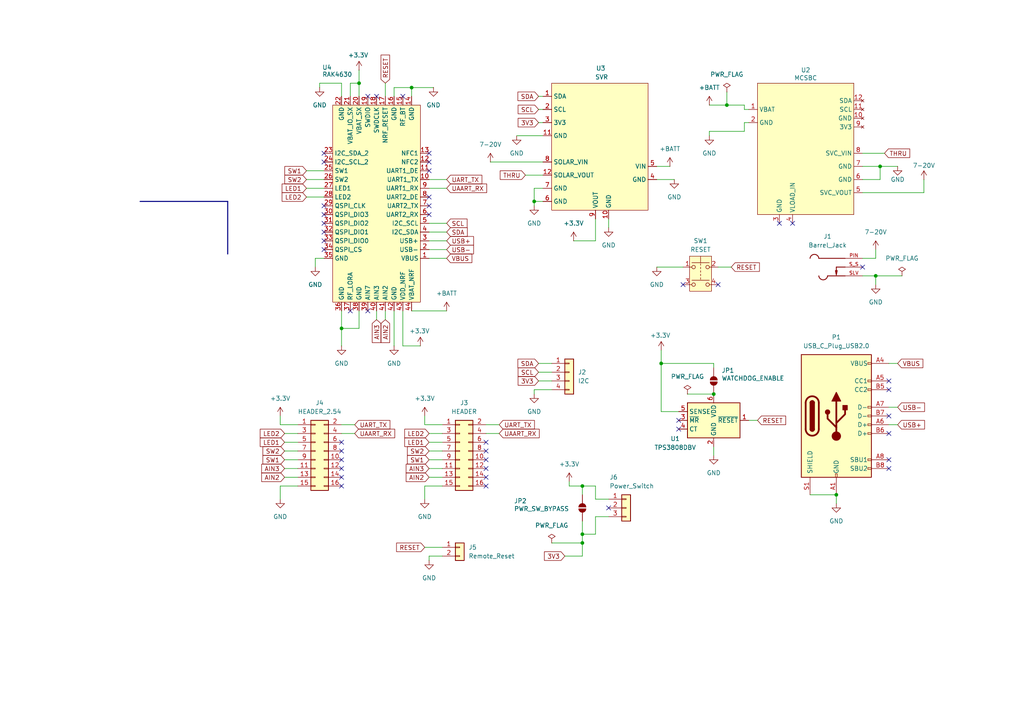
<source format=kicad_sch>
(kicad_sch (version 20250114) (generator "eeschema") (generator_version "9.0")
  (paper "A4")
  (lib_symbols
    (symbol "Andy_Symbols:RAK4630"
      (property "Reference" "U" (at -38.354 -16.002 90))
      (property "Value" "RAK4630" (at -40.386 -16.002 90))
      (symbol "RAK4630_0_1"
        (rectangle (start -29.21 12.7) (end 27.94 -12.7) (fill (type background)))
      )
      (symbol "RAK4630_1_0"
        (pin power_in line (at -31.75 10.16 0) (length 2.54) (name "GND") (number "14"))
        (pin power_in line (at -31.75 5.08 0) (length 2.54) (name "GND") (number "16"))
        (pin bidirectional line (at -31.75 2.54 0) (length 2.54) (name "NRF_RESET") (number "17"))
        (pin bidirectional line (at -31.75 -2.54 0) (length 2.54) (name "SWDIO") (number "19"))
        (pin power_in line (at -31.75 -5.08 0) (length 2.54) (name "VBAT_SX") (number "20"))
        (pin power_in line (at -31.75 -7.62 0) (length 2.54) (name "VBAT_IO_SX") (number "21"))
        (pin power_in line (at -31.75 -10.16 0) (length 2.54) (name "GND") (number "22"))
        (pin bidirectional line (at -12.7 15.24 270) (length 2.54) (name "NFC2") (number "12"))
        (pin bidirectional line (at -12.7 -15.24 90) (length 2.54) (name "I2C_SCL_2") (number "24"))
        (pin bidirectional line (at -10.16 15.24 270) (length 2.54) (name "UART1_DE") (number "11"))
        (pin bidirectional line (at -10.16 -15.24 90) (length 2.54) (name "SW1") (number "25"))
        (pin bidirectional line (at -7.62 15.24 270) (length 2.54) (name "UART1_TX") (number "10"))
        (pin bidirectional line (at -7.62 -15.24 90) (length 2.54) (name "SW2") (number "26"))
        (pin bidirectional line (at -2.54 15.24 270) (length 2.54) (name "UART2_DE") (number "8"))
        (pin bidirectional line (at -2.54 -15.24 90) (length 2.54) (name "LED2") (number "28"))
        (pin bidirectional line (at 0 15.24 270) (length 2.54) (name "UART2_TX") (number "7"))
        (pin bidirectional line (at 0 -15.24 90) (length 2.54) (name "QSPI_CLK") (number "29"))
        (pin bidirectional line (at 2.54 15.24 270) (length 2.54) (name "UART2_RX") (number "6"))
        (pin bidirectional line (at 2.54 -15.24 90) (length 2.54) (name "QSPI_DIO3") (number "30"))
        (pin bidirectional line (at 7.62 15.24 270) (length 2.54) (name "I2C_SDA") (number "4"))
        (pin bidirectional line (at 7.62 -15.24 90) (length 2.54) (name "QSPI_DIO1") (number "32"))
        (pin bidirectional line (at 10.16 15.24 270) (length 2.54) (name "USB+") (number "3"))
        (pin bidirectional line (at 10.16 -15.24 90) (length 2.54) (name "QSPI_DIO0") (number "33"))
        (pin bidirectional line (at 12.7 15.24 270) (length 2.54) (name "USB-") (number "2"))
        (pin bidirectional line (at 12.7 -15.24 90) (length 2.54) (name "QSPI_CS") (number "34"))
        (pin passive line (at 15.24 15.24 270) (length 2.54) (name "VBUS") (number "1"))
        (pin power_in line (at 15.24 -15.24 90) (length 2.54) (name "GND") (number "35"))
        (pin passive line (at 30.48 10.16 180) (length 2.54) (name "VBAT_NRF") (number "44"))
        (pin power_in line (at 30.48 5.08 180) (length 2.54) (name "GND") (number "42"))
        (pin bidirectional line (at 30.48 2.54 180) (length 2.54) (name "AIN2") (number "41"))
        (pin bidirectional line (at 30.48 -2.54 180) (length 2.54) (name "AIN7") (number "39"))
        (pin power_in line (at 30.48 -5.08 180) (length 2.54) (name "GND") (number "38"))
        (pin bidirectional line (at 30.48 -7.62 180) (length 2.54) (name "RF_LORA") (number "37"))
        (pin power_in line (at 30.48 -10.16 180) (length 2.54) (name "GND") (number "36"))
      )
      (symbol "RAK4630_1_1"
        (pin bidirectional line (at -31.75 7.62 0) (length 2.54) (name "RF_BT") (number "15"))
        (pin bidirectional line (at -31.75 0 0) (length 2.54) (name "SWDCLK") (number "18"))
        (pin bidirectional line (at -15.24 15.24 270) (length 2.54) (name "NFC1") (number "13"))
        (pin bidirectional line (at -15.24 -15.24 90) (length 2.54) (name "I2C_SDA_2") (number "23"))
        (pin bidirectional line (at -5.08 15.24 270) (length 2.54) (name "UART1_RX") (number "9"))
        (pin bidirectional line (at -5.08 -15.24 90) (length 2.54) (name "LED1") (number "27"))
        (pin bidirectional line (at 5.08 15.24 270) (length 2.54) (name "I2C_SCL") (number "5"))
        (pin bidirectional line (at 5.08 -15.24 90) (length 2.54) (name "QSPI_DIO2") (number "31"))
        (pin passive line (at 30.48 7.62 180) (length 2.54) (name "VDD_NRF") (number "43"))
        (pin bidirectional line (at 30.48 0 180) (length 2.54) (name "AIN3") (number "40"))
      )
    )
    (symbol "Andy_Symbols:VOLTAIC_MCSBC" (in_bom no) (on_board no)
      (property "Reference" "U" (at 13.97 3.81 0))
      (property "Value" "MCSBC" (at 13.97 1.524 0))
      (symbol "VOLTAIC_MCSBC_0_1"
        (rectangle (start 0 0) (end 27.94 -38.1) (fill (type background)))
      )
      (symbol "VOLTAIC_MCSBC_1_0"
        (pin no_connect line (at 30.48 -5.08 180) (length 2.54) (name "SDA") (number "12"))
        (pin no_connect line (at 30.48 -7.62 180) (length 2.54) (name "SCL") (number "11"))
        (pin no_connect line (at 30.48 -12.7 180) (length 2.54) (name "3V3") (number "9"))
      )
      (symbol "VOLTAIC_MCSBC_1_1"
        (pin power_in line (at -2.54 -7.62 0) (length 2.54) (name "VBAT") (number "1"))
        (pin power_in line (at -2.54 -11.43 0) (length 2.54) (name "GND") (number "2"))
        (pin power_in line (at 6.35 -40.64 90) (length 2.54) (name "GND") (number "3"))
        (pin power_in line (at 10.16 -40.64 90) (length 2.54) (name "VLOAD_IN") (number "4"))
        (pin no_connect line (at 30.48 -10.16 180) (length 2.54) (name "GND") (number "10"))
        (pin power_in line (at 30.48 -20.32 180) (length 2.54) (name "SVC_VIN") (number "8"))
        (pin power_in line (at 30.48 -24.13 180) (length 2.54) (name "GND") (number "7"))
        (pin power_in line (at 30.48 -27.94 180) (length 2.54) (name "GND") (number "6"))
        (pin power_out line (at 30.48 -31.75 180) (length 2.54) (name "SVC_VOUT") (number "5"))
      )
    )
    (symbol "Andy_Symbols:VOLTAIC_SVR" (in_bom no) (on_board no)
      (property "Reference" "U" (at 14.224 4.318 0))
      (property "Value" "SVR" (at 14.478 1.778 0))
      (symbol "VOLTAIC_SVR_0_1"
        (rectangle (start 0 0) (end 27.94 -36.83) (fill (type background)))
      )
      (symbol "VOLTAIC_SVR_1_0"
        (pin bidirectional line (at -2.54 -3.81 0) (length 2.54) (name "SDA") (number "1"))
        (pin input line (at -2.54 -7.62 0) (length 2.54) (name "SCL") (number "2"))
        (pin power_in line (at -2.54 -11.43 0) (length 2.54) (name "3V3") (number "3"))
      )
      (symbol "VOLTAIC_SVR_1_1"
        (pin power_in line (at -2.54 -15.24 0) (length 2.54) (name "GND") (number "11"))
        (pin power_in line (at -2.54 -22.86 0) (length 2.54) (name "SOLAR_VIN") (number "8"))
        (pin power_out line (at -2.54 -26.67 0) (length 2.54) (name "SOLAR_VOUT") (number "12"))
        (pin power_in line (at -2.54 -30.48 0) (length 2.54) (name "GND") (number "7"))
        (pin power_in line (at -2.54 -34.29 0) (length 2.54) (name "GND") (number "6"))
        (pin power_out line (at 12.7 -39.37 90) (length 2.54) (name "VOUT") (number "9"))
        (pin power_in line (at 16.51 -39.37 90) (length 2.54) (name "GND") (number "10"))
        (pin power_in line (at 30.48 -24.13 180) (length 2.54) (name "VIN") (number "5"))
        (pin power_in line (at 30.48 -27.94 180) (length 2.54) (name "GND") (number "4"))
      )
    )
    (symbol "Connector:PC722A" (pin_names (offset 1.016))
      (property "Reference" "J" (at -5.08 5.08 0))
      (property "Value" "PC722A" (at -5.08 -5.08 0))
      (symbol "PC722A_0_0"
        (arc (start -7.62 2.54) (mid -6.3436 3.6893) (end -5.08 2.54) (stroke (width 0.254)))
        (polyline (pts (xy -5.08 2.54) (xy 2.54 2.54)) (stroke (width 0.254)))
        (arc (start -2.54 -2.54) (mid -3.8164 -3.6893) (end -5.08 -2.54) (stroke (width 0.254)))
        (polyline (pts (xy -2.54 -2.54) (xy 2.54 -2.54)) (stroke (width 0.254)))
        (polyline (pts (xy 0 0) (xy 0 -1.778)) (stroke (width 0.254)))
        (polyline (pts (xy 0 0) (xy 2.54 0)) (stroke (width 0.254)))
        (polyline (pts (xy 0 -2.286) (xy -0.254 -1.016) (xy 0.254 -1.016) (xy 0 -2.286)) (stroke (width 0.254)) (fill (type outline)))
        (pin passive line (at 7.62 2.54 180) (length 5.08) (name "~") (number "PIN"))
        (pin passive line (at 7.62 0 180) (length 5.08) (name "~") (number "S_S"))
        (pin passive line (at 7.62 -2.54 180) (length 5.08) (name "~") (number "SLV"))
      )
    )
    (symbol "Connector:USB_C_Receptacle_USB2.0_16P" (pin_names (offset 1.016))
      (property "Reference" "J" (at 0 22.225 0))
      (property "Value" "USB_C_Receptacle_USB2.0_16P" (at 0 19.685 0))
      (symbol "USB_C_Receptacle_USB2.0_16P_0_0"
        (rectangle (start -0.254 -17.78) (end 0.254 -16.764))
        (rectangle (start 10.16 15.494) (end 9.144 14.986))
        (rectangle (start 10.16 10.414) (end 9.144 9.906))
        (rectangle (start 10.16 7.874) (end 9.144 7.366))
        (rectangle (start 10.16 2.794) (end 9.144 2.286))
        (rectangle (start 10.16 0.254) (end 9.144 -0.254))
        (rectangle (start 10.16 -2.286) (end 9.144 -2.794))
        (rectangle (start 10.16 -4.826) (end 9.144 -5.334))
        (rectangle (start 10.16 -12.446) (end 9.144 -12.954))
        (rectangle (start 10.16 -14.986) (end 9.144 -15.494))
      )
      (symbol "USB_C_Receptacle_USB2.0_16P_0_1"
        (rectangle (start -10.16 17.78) (end 10.16 -17.78) (stroke (width 0.254)) (fill (type background)))
        (polyline (pts (xy -8.89 -3.81) (xy -8.89 3.81)) (stroke (width 0.508)))
        (rectangle (start -7.62 -3.81) (end -6.35 3.81) (stroke (width 0.254)) (fill (type outline)))
        (arc (start -7.62 3.81) (mid -6.985 4.4423) (end -6.35 3.81) (stroke (width 0.254)))
        (arc (start -7.62 3.81) (mid -6.985 4.4423) (end -6.35 3.81) (stroke (width 0.254)) (fill (type outline)))
        (arc (start -8.89 3.81) (mid -6.985 5.7067) (end -5.08 3.81) (stroke (width 0.508)))
        (arc (start -5.08 -3.81) (mid -6.985 -5.7067) (end -8.89 -3.81) (stroke (width 0.508)))
        (arc (start -6.35 -3.81) (mid -6.985 -4.4423) (end -7.62 -3.81) (stroke (width 0.254)))
        (arc (start -6.35 -3.81) (mid -6.985 -4.4423) (end -7.62 -3.81) (stroke (width 0.254)) (fill (type outline)))
        (polyline (pts (xy -5.08 3.81) (xy -5.08 -3.81)) (stroke (width 0.508)))
        (circle (center -2.54 1.143) (radius 0.635) (stroke (width 0.254)) (fill (type outline)))
        (polyline (pts (xy -1.27 4.318) (xy 0 6.858) (xy 1.27 4.318) (xy -1.27 4.318)) (stroke (width 0.254)) (fill (type outline)))
        (polyline (pts (xy 0 -2.032) (xy 2.54 0.508) (xy 2.54 1.778)) (stroke (width 0.508)))
        (polyline (pts (xy 0 -3.302) (xy -2.54 -0.762) (xy -2.54 0.508)) (stroke (width 0.508)))
        (polyline (pts (xy 0 -5.842) (xy 0 4.318)) (stroke (width 0.508)))
        (circle (center 0 -5.842) (radius 1.27) (fill (type outline)))
        (rectangle (start 1.905 1.778) (end 3.175 3.048) (stroke (width 0.254)) (fill (type outline)))
      )
      (symbol "USB_C_Receptacle_USB2.0_16P_1_1"
        (pin passive line (at -7.62 -22.86 90) (length 5.08) (name "SHIELD") (number "S1"))
        (pin passive line (at 0 -22.86 90) (length 5.08) (name "GND") (number "A1"))
        (pin passive line (at 0 -22.86 90) (length 5.08) (hide yes) (name "GND") (number "A12"))
        (pin passive line (at 0 -22.86 90) (length 5.08) (hide yes) (name "GND") (number "B1"))
        (pin passive line (at 0 -22.86 90) (length 5.08) (hide yes) (name "GND") (number "B12"))
        (pin passive line (at 15.24 15.24 180) (length 5.08) (name "VBUS") (number "A4"))
        (pin passive line (at 15.24 15.24 180) (length 5.08) (hide yes) (name "VBUS") (number "A9"))
        (pin passive line (at 15.24 15.24 180) (length 5.08) (hide yes) (name "VBUS") (number "B4"))
        (pin passive line (at 15.24 15.24 180) (length 5.08) (hide yes) (name "VBUS") (number "B9"))
        (pin bidirectional line (at 15.24 10.16 180) (length 5.08) (name "CC1") (number "A5"))
        (pin bidirectional line (at 15.24 7.62 180) (length 5.08) (name "CC2") (number "B5"))
        (pin bidirectional line (at 15.24 2.54 180) (length 5.08) (name "D-") (number "A7"))
        (pin bidirectional line (at 15.24 0 180) (length 5.08) (name "D-") (number "B7"))
        (pin bidirectional line (at 15.24 -2.54 180) (length 5.08) (name "D+") (number "A6"))
        (pin bidirectional line (at 15.24 -5.08 180) (length 5.08) (name "D+") (number "B6"))
        (pin bidirectional line (at 15.24 -12.7 180) (length 5.08) (name "SBU1") (number "A8"))
        (pin bidirectional line (at 15.24 -15.24 180) (length 5.08) (name "SBU2") (number "B8"))
      )
    )
    (symbol "Connector_Generic:Conn_01x02" (pin_names (offset 1.016) (hide yes))
      (property "Reference" "J" (at 0 2.54 0))
      (property "Value" "Conn_01x02" (at 0 -5.08 0))
      (symbol "Conn_01x02_1_1"
        (rectangle (start -1.27 1.27) (end 1.27 -3.81) (stroke (width 0.254)) (fill (type background)))
        (rectangle (start -1.27 0.127) (end 0 -0.127) (stroke (width 0.1524)))
        (rectangle (start -1.27 -2.413) (end 0 -2.667) (stroke (width 0.1524)))
        (pin passive line (at -5.08 0 0) (length 3.81) (name "Pin_1") (number "1"))
        (pin passive line (at -5.08 -2.54 0) (length 3.81) (name "Pin_2") (number "2"))
      )
    )
    (symbol "Connector_Generic:Conn_01x03" (pin_names (offset 1.016) (hide yes))
      (property "Reference" "J" (at 0 5.08 0))
      (property "Value" "Conn_01x03" (at 0 -5.08 0))
      (symbol "Conn_01x03_1_1"
        (rectangle (start -1.27 3.81) (end 1.27 -3.81) (stroke (width 0.254)) (fill (type background)))
        (rectangle (start -1.27 2.667) (end 0 2.413) (stroke (width 0.1524)))
        (rectangle (start -1.27 0.127) (end 0 -0.127) (stroke (width 0.1524)))
        (rectangle (start -1.27 -2.413) (end 0 -2.667) (stroke (width 0.1524)))
        (pin passive line (at -5.08 2.54 0) (length 3.81) (name "Pin_1") (number "1"))
        (pin passive line (at -5.08 0 0) (length 3.81) (name "Pin_2") (number "2"))
        (pin passive line (at -5.08 -2.54 0) (length 3.81) (name "Pin_3") (number "3"))
      )
    )
    (symbol "Connector_Generic:Conn_01x04" (pin_names (offset 1.016) (hide yes))
      (property "Reference" "J" (at 0 5.08 0))
      (property "Value" "Conn_01x04" (at 0 -7.62 0))
      (symbol "Conn_01x04_1_1"
        (rectangle (start -1.27 3.81) (end 1.27 -6.35) (stroke (width 0.254)) (fill (type background)))
        (rectangle (start -1.27 2.667) (end 0 2.413) (stroke (width 0.1524)))
        (rectangle (start -1.27 0.127) (end 0 -0.127) (stroke (width 0.1524)))
        (rectangle (start -1.27 -2.413) (end 0 -2.667) (stroke (width 0.1524)))
        (rectangle (start -1.27 -4.953) (end 0 -5.207) (stroke (width 0.1524)))
        (pin passive line (at -5.08 2.54 0) (length 3.81) (name "Pin_1") (number "1"))
        (pin passive line (at -5.08 0 0) (length 3.81) (name "Pin_2") (number "2"))
        (pin passive line (at -5.08 -2.54 0) (length 3.81) (name "Pin_3") (number "3"))
        (pin passive line (at -5.08 -5.08 0) (length 3.81) (name "Pin_4") (number "4"))
      )
    )
    (symbol "Connector_Generic:Conn_02x08_Odd_Even" (pin_names (offset 1.016) (hide yes))
      (property "Reference" "J" (at 1.27 10.16 0))
      (property "Value" "Conn_02x08_Odd_Even" (at 1.27 -12.7 0))
      (symbol "Conn_02x08_Odd_Even_1_1"
        (rectangle (start -1.27 8.89) (end 3.81 -11.43) (stroke (width 0.254)) (fill (type background)))
        (rectangle (start -1.27 7.747) (end 0 7.493) (stroke (width 0.1524)))
        (rectangle (start -1.27 5.207) (end 0 4.953) (stroke (width 0.1524)))
        (rectangle (start -1.27 2.667) (end 0 2.413) (stroke (width 0.1524)))
        (rectangle (start -1.27 0.127) (end 0 -0.127) (stroke (width 0.1524)))
        (rectangle (start -1.27 -2.413) (end 0 -2.667) (stroke (width 0.1524)))
        (rectangle (start -1.27 -4.953) (end 0 -5.207) (stroke (width 0.1524)))
        (rectangle (start -1.27 -7.493) (end 0 -7.747) (stroke (width 0.1524)))
        (rectangle (start -1.27 -10.033) (end 0 -10.287) (stroke (width 0.1524)))
        (rectangle (start 3.81 7.747) (end 2.54 7.493) (stroke (width 0.1524)))
        (rectangle (start 3.81 5.207) (end 2.54 4.953) (stroke (width 0.1524)))
        (rectangle (start 3.81 2.667) (end 2.54 2.413) (stroke (width 0.1524)))
        (rectangle (start 3.81 0.127) (end 2.54 -0.127) (stroke (width 0.1524)))
        (rectangle (start 3.81 -2.413) (end 2.54 -2.667) (stroke (width 0.1524)))
        (rectangle (start 3.81 -4.953) (end 2.54 -5.207) (stroke (width 0.1524)))
        (rectangle (start 3.81 -7.493) (end 2.54 -7.747) (stroke (width 0.1524)))
        (rectangle (start 3.81 -10.033) (end 2.54 -10.287) (stroke (width 0.1524)))
        (pin passive line (at -5.08 7.62 0) (length 3.81) (name "Pin_1") (number "1"))
        (pin passive line (at -5.08 5.08 0) (length 3.81) (name "Pin_3") (number "3"))
        (pin passive line (at -5.08 2.54 0) (length 3.81) (name "Pin_5") (number "5"))
        (pin passive line (at -5.08 0 0) (length 3.81) (name "Pin_7") (number "7"))
        (pin passive line (at -5.08 -2.54 0) (length 3.81) (name "Pin_9") (number "9"))
        (pin passive line (at -5.08 -5.08 0) (length 3.81) (name "Pin_11") (number "11"))
        (pin passive line (at -5.08 -7.62 0) (length 3.81) (name "Pin_13") (number "13"))
        (pin passive line (at -5.08 -10.16 0) (length 3.81) (name "Pin_15") (number "15"))
        (pin passive line (at 7.62 7.62 180) (length 3.81) (name "Pin_2") (number "2"))
        (pin passive line (at 7.62 5.08 180) (length 3.81) (name "Pin_4") (number "4"))
        (pin passive line (at 7.62 2.54 180) (length 3.81) (name "Pin_6") (number "6"))
        (pin passive line (at 7.62 0 180) (length 3.81) (name "Pin_8") (number "8"))
        (pin passive line (at 7.62 -2.54 180) (length 3.81) (name "Pin_10") (number "10"))
        (pin passive line (at 7.62 -5.08 180) (length 3.81) (name "Pin_12") (number "12"))
        (pin passive line (at 7.62 -7.62 180) (length 3.81) (name "Pin_14") (number "14"))
        (pin passive line (at 7.62 -10.16 180) (length 3.81) (name "Pin_16") (number "16"))
      )
    )
    (symbol "Jumper:SolderJumper_2_Open" (pin_numbers (hide yes)) (pin_names (offset 0) (hide yes)) (in_bom no)
      (property "Reference" "JP" (at 0 2.032 0))
      (property "Value" "SolderJumper_2_Open" (at 0 -2.54 0))
      (symbol "SolderJumper_2_Open_0_1"
        (polyline (pts (xy -0.254 1.016) (xy -0.254 -1.016)))
        (arc (start -0.254 -1.016) (mid -1.2656 0) (end -0.254 1.016))
        (arc (start -0.254 -1.016) (mid -1.2656 0) (end -0.254 1.016) (fill (type outline)))
        (arc (start 0.254 1.016) (mid 1.2656 0) (end 0.254 -1.016))
        (arc (start 0.254 1.016) (mid 1.2656 0) (end 0.254 -1.016) (fill (type outline)))
        (polyline (pts (xy 0.254 1.016) (xy 0.254 -1.016)))
      )
      (symbol "SolderJumper_2_Open_1_1"
        (pin passive line (at -3.81 0 0) (length 2.54) (name "A") (number "1"))
        (pin passive line (at 3.81 0 180) (length 2.54) (name "B") (number "2"))
      )
    )
    (symbol "Power_Supervisor:TPS3808DBV"
      (property "Reference" "U" (at 0 8.89 0))
      (property "Value" "TPS3808DBV" (at 0 6.35 0))
      (symbol "TPS3808DBV_0_1"
        (rectangle (start -7.62 5.08) (end 7.62 -5.08) (stroke (width 0.254)) (fill (type background)))
      )
      (symbol "TPS3808DBV_1_1"
        (pin input line (at -10.16 2.54 0) (length 2.54) (name "SENSE") (number "5"))
        (pin input line (at -10.16 0 0) (length 2.54) (name "~{MR}") (number "3"))
        (pin input line (at -10.16 -2.54 0) (length 2.54) (name "CT") (number "4"))
        (pin power_in line (at 0 7.62 270) (length 2.54) (name "VDD") (number "6"))
        (pin power_in line (at 0 -7.62 90) (length 2.54) (name "GND") (number "2"))
        (pin output line (at 10.16 0 180) (length 2.54) (name "~{RESET}") (number "1"))
      )
    )
    (symbol "Switch:SW_Push_Dual" (pin_names (offset 1.016) (hide yes))
      (property "Reference" "SW" (at 0 7.62 0))
      (property "Value" "SW_Push_Dual" (at 0 -6.35 0))
      (symbol "SW_Push_Dual_0_1"
        (circle (center -2.032 2.54) (radius 0.508))
        (circle (center -2.032 -2.54) (radius 0.508))
        (polyline (pts (xy 0 3.81) (xy 0 5.588)))
        (polyline (pts (xy 0 3.048) (xy 0 3.556)))
        (polyline (pts (xy 0 2.032) (xy 0 2.54)))
        (polyline (pts (xy 0 1.016) (xy 0 1.524)))
        (polyline (pts (xy 0 0.508) (xy 0 0)))
        (polyline (pts (xy 0 -0.508) (xy 0 -1.016)))
        (circle (center 2.032 2.54) (radius 0.508))
        (circle (center 2.032 -2.54) (radius 0.508))
        (polyline (pts (xy 2.54 3.81) (xy -2.54 3.81)))
        (polyline (pts (xy 2.54 -1.27) (xy -2.54 -1.27)))
        (pin passive line (at -5.08 2.54 0) (length 2.54) (name "1") (number "1"))
        (pin passive line (at -5.08 -2.54 0) (length 2.54) (name "3") (number "3"))
        (pin passive line (at 5.08 2.54 180) (length 2.54) (name "2") (number "2"))
        (pin passive line (at 5.08 -2.54 180) (length 2.54) (name "4") (number "4"))
      )
      (symbol "SW_Push_Dual_1_1"
        (rectangle (start -3.175 5.715) (end 3.175 -4.445) (fill (type background)))
      )
    )
    (symbol "power:+15V" (power) (pin_numbers (hide yes)) (pin_names (offset 0) (hide yes))
      (property "Value" "+15V" (at 0 3.556 0))
      (symbol "+15V_0_1"
        (polyline (pts (xy -0.762 1.27) (xy 0 2.54)))
        (polyline (pts (xy 0 2.54) (xy 0.762 1.27)))
        (polyline (pts (xy 0 0) (xy 0 2.54)))
      )
      (symbol "+15V_1_1"
        (pin power_in line (at 0 0 90) (length 0) (name "~") (number "1"))
      )
    )
    (symbol "power:+5V" (power) (pin_numbers (hide yes)) (pin_names (offset 0) (hide yes))
      (property "Value" "+5V" (at 0 3.556 0))
      (symbol "+5V_0_1"
        (polyline (pts (xy -0.762 1.27) (xy 0 2.54)))
        (polyline (pts (xy 0 2.54) (xy 0.762 1.27)))
        (polyline (pts (xy 0 0) (xy 0 2.54)))
      )
      (symbol "+5V_1_1"
        (pin power_in line (at 0 0 90) (length 0) (name "~") (number "1"))
      )
    )
    (symbol "power:+BATT" (power) (pin_numbers (hide yes)) (pin_names (offset 0) (hide yes))
      (property "Value" "+BATT" (at 0 3.556 0))
      (symbol "+BATT_0_1"
        (polyline (pts (xy -0.762 1.27) (xy 0 2.54)))
        (polyline (pts (xy 0 2.54) (xy 0.762 1.27)))
        (polyline (pts (xy 0 0) (xy 0 2.54)))
      )
      (symbol "+BATT_1_1"
        (pin power_in line (at 0 0 90) (length 0) (name "~") (number "1"))
      )
    )
    (symbol "power:GND" (power) (pin_numbers (hide yes)) (pin_names (offset 0) (hide yes))
      (property "Value" "GND" (at 0 -3.81 0))
      (symbol "GND_0_1"
        (polyline (pts (xy 0 0) (xy 0 -1.27) (xy 1.27 -1.27) (xy 0 -2.54) (xy -1.27 -1.27) (xy 0 -1.27)))
      )
      (symbol "GND_1_1"
        (pin power_in line (at 0 0 270) (length 0) (name "~") (number "1"))
      )
    )
    (symbol "power:PWR_FLAG" (power) (pin_numbers (hide yes)) (pin_names (offset 0) (hide yes))
      (property "Value" "PWR_FLAG" (at 0 3.81 0))
      (symbol "PWR_FLAG_0_0"
        (pin power_out line (at 0 0 90) (length 0) (name "~") (number "1"))
      )
      (symbol "PWR_FLAG_0_1"
        (polyline (pts (xy 0 0) (xy 0 1.27) (xy -1.016 1.905) (xy 0 2.54) (xy 1.016 1.905) (xy 0 1.27)))
      )
    )
  )
  (junction (at 119.38 25.4))
  (junction (at 168.91 140.97))
  (junction (at 254 80.01))
  (junction (at 168.91 154.94))
  (junction (at 168.91 157.48))
  (junction (at 210.82 30.48))
  (junction (at 99.06 95.25))
  (junction (at 191.77 105.41))
  (junction (at 154.94 58.42))
  (junction (at 242.57 143.51))
  (junction (at 255.27 48.26))
  (junction (at 207.01 114.3))
  (junction (at 104.14 24.13))
  (no_connect (at 208.28 82.55))
  (no_connect (at 116.84 27.94))
  (no_connect (at 198.12 82.55))
  (no_connect (at 140.97 128.27))
  (no_connect (at 93.98 44.45))
  (no_connect (at 124.46 49.53))
  (no_connect (at 257.81 110.49))
  (no_connect (at 257.81 113.03))
  (no_connect (at 93.98 67.31))
  (no_connect (at 93.98 64.77))
  (no_connect (at 257.81 125.73))
  (no_connect (at 257.81 120.65))
  (no_connect (at 257.81 133.35))
  (no_connect (at 229.87 64.77))
  (no_connect (at 93.98 62.23))
  (no_connect (at 99.06 133.35))
  (no_connect (at 140.97 133.35))
  (no_connect (at 124.46 62.23))
  (no_connect (at 106.68 27.94))
  (no_connect (at 106.68 90.17))
  (no_connect (at 124.46 57.15))
  (no_connect (at 140.97 130.81))
  (no_connect (at 93.98 46.99))
  (no_connect (at 250.19 77.47))
  (no_connect (at 140.97 140.97))
  (no_connect (at 99.06 140.97))
  (no_connect (at 257.81 135.89))
  (no_connect (at 196.85 124.46))
  (no_connect (at 99.06 128.27))
  (no_connect (at 196.85 121.92))
  (no_connect (at 93.98 72.39))
  (no_connect (at 124.46 44.45))
  (no_connect (at 124.46 46.99))
  (no_connect (at 176.53 147.32))
  (no_connect (at 99.06 138.43))
  (no_connect (at 99.06 130.81))
  (no_connect (at 99.06 135.89))
  (no_connect (at 124.46 59.69))
  (no_connect (at 140.97 135.89))
  (no_connect (at 101.6 90.17))
  (no_connect (at 93.98 69.85))
  (no_connect (at 226.06 64.77))
  (no_connect (at 93.98 59.69))
  (no_connect (at 109.22 27.94))
  (no_connect (at 140.97 138.43))
  (wire (pts (xy 156.21 31.75) (xy 157.48 31.75)))
  (bus (pts (xy 40.64 58.42) (xy 66.04 58.42)))
  (wire (pts (xy 168.91 154.94) (xy 172.72 154.94)))
  (wire (pts (xy 82.55 130.81) (xy 86.36 130.81)))
  (wire (pts (xy 101.6 27.94) (xy 101.6 24.13)))
  (wire (pts (xy 124.46 133.35) (xy 128.27 133.35)))
  (wire (pts (xy 250.19 44.45) (xy 256.54 44.45)))
  (wire (pts (xy 92.71 24.13) (xy 92.71 25.4)))
  (wire (pts (xy 99.06 100.33) (xy 99.06 95.25)))
  (wire (pts (xy 88.9 54.61) (xy 93.98 54.61)))
  (wire (pts (xy 255.27 48.26) (xy 255.27 52.07)))
  (wire (pts (xy 172.72 149.86) (xy 176.53 149.86)))
  (wire (pts (xy 99.06 27.94) (xy 99.06 24.13)))
  (wire (pts (xy 114.3 25.4) (xy 119.38 25.4)))
  (wire (pts (xy 176.53 63.5) (xy 176.53 66.04)))
  (wire (pts (xy 111.76 90.17) (xy 111.76 92.71)))
  (wire (pts (xy 82.55 128.27) (xy 86.36 128.27)))
  (wire (pts (xy 128.27 161.29) (xy 124.46 161.29)))
  (wire (pts (xy 124.46 54.61) (xy 129.54 54.61)))
  (wire (pts (xy 124.46 161.29) (xy 124.46 162.56)))
  (wire (pts (xy 215.9 35.56) (xy 217.17 35.56)))
  (wire (pts (xy 99.06 90.17) (xy 99.06 95.25)))
  (wire (pts (xy 124.46 52.07) (xy 129.54 52.07)))
  (wire (pts (xy 124.46 74.93) (xy 129.54 74.93)))
  (wire (pts (xy 154.94 113.03) (xy 154.94 114.3)))
  (wire (pts (xy 217.17 121.92) (xy 219.71 121.92)))
  (wire (pts (xy 215.9 31.75) (xy 217.17 31.75)))
  (wire (pts (xy 257.81 118.11) (xy 260.35 118.11)))
  (wire (pts (xy 166.37 69.85) (xy 172.72 69.85)))
  (wire (pts (xy 205.74 38.1) (xy 205.74 39.37)))
  (wire (pts (xy 191.77 105.41) (xy 207.01 105.41)))
  (wire (pts (xy 156.21 105.41) (xy 160.02 105.41)))
  (wire (pts (xy 154.94 59.69) (xy 154.94 58.42)))
  (wire (pts (xy 124.46 130.81) (xy 128.27 130.81)))
  (wire (pts (xy 168.91 151.13) (xy 168.91 154.94)))
  (wire (pts (xy 215.9 30.48) (xy 215.9 31.75)))
  (wire (pts (xy 250.19 55.88) (xy 267.97 55.88)))
  (wire (pts (xy 99.06 123.19) (xy 102.87 123.19)))
  (wire (pts (xy 191.77 119.38) (xy 196.85 119.38)))
  (wire (pts (xy 119.38 27.94) (xy 119.38 25.4)))
  (wire (pts (xy 250.19 48.26) (xy 255.27 48.26)))
  (wire (pts (xy 242.57 143.51) (xy 242.57 146.05)))
  (wire (pts (xy 165.1 140.97) (xy 165.1 139.7)))
  (wire (pts (xy 190.5 77.47) (xy 198.12 77.47)))
  (wire (pts (xy 255.27 48.26) (xy 260.35 48.26)))
  (wire (pts (xy 123.19 120.65) (xy 123.19 123.19)))
  (wire (pts (xy 88.9 49.53) (xy 93.98 49.53)))
  (wire (pts (xy 101.6 24.13) (xy 104.14 24.13)))
  (wire (pts (xy 254 72.39) (xy 254 74.93)))
  (wire (pts (xy 82.55 133.35) (xy 86.36 133.35)))
  (wire (pts (xy 250.19 74.93) (xy 254 74.93)))
  (wire (pts (xy 156.21 107.95) (xy 160.02 107.95)))
  (wire (pts (xy 140.97 125.73) (xy 144.78 125.73)))
  (wire (pts (xy 119.38 25.4) (xy 125.73 25.4)))
  (wire (pts (xy 205.74 38.1) (xy 215.9 38.1)))
  (wire (pts (xy 191.77 119.38) (xy 191.77 105.41)))
  (wire (pts (xy 123.19 158.75) (xy 128.27 158.75)))
  (wire (pts (xy 99.06 125.73) (xy 102.87 125.73)))
  (wire (pts (xy 215.9 38.1) (xy 215.9 35.56)))
  (wire (pts (xy 250.19 52.07) (xy 255.27 52.07)))
  (wire (pts (xy 123.19 140.97) (xy 128.27 140.97)))
  (wire (pts (xy 168.91 140.97) (xy 165.1 140.97)))
  (wire (pts (xy 82.55 125.73) (xy 86.36 125.73)))
  (wire (pts (xy 123.19 144.78) (xy 123.19 140.97)))
  (wire (pts (xy 82.55 138.43) (xy 86.36 138.43)))
  (wire (pts (xy 172.72 140.97) (xy 172.72 144.78)))
  (wire (pts (xy 99.06 24.13) (xy 92.71 24.13)))
  (wire (pts (xy 88.9 52.07) (xy 93.98 52.07)))
  (wire (pts (xy 140.97 123.19) (xy 144.78 123.19)))
  (wire (pts (xy 109.22 90.17) (xy 109.22 92.71)))
  (wire (pts (xy 154.94 113.03) (xy 160.02 113.03)))
  (wire (pts (xy 81.28 123.19) (xy 86.36 123.19)))
  (wire (pts (xy 156.21 27.94) (xy 157.48 27.94)))
  (wire (pts (xy 104.14 24.13) (xy 104.14 27.94)))
  (wire (pts (xy 142.24 46.99) (xy 157.48 46.99)))
  (wire (pts (xy 124.46 128.27) (xy 128.27 128.27)))
  (wire (pts (xy 111.76 24.13) (xy 111.76 27.94)))
  (wire (pts (xy 124.46 125.73) (xy 128.27 125.73)))
  (wire (pts (xy 254 82.55) (xy 254 80.01)))
  (wire (pts (xy 82.55 135.89) (xy 86.36 135.89)))
  (wire (pts (xy 81.28 140.97) (xy 86.36 140.97)))
  (wire (pts (xy 163.83 161.29) (xy 168.91 161.29)))
  (wire (pts (xy 210.82 30.48) (xy 215.9 30.48)))
  (wire (pts (xy 119.38 90.17) (xy 129.54 90.17)))
  (wire (pts (xy 190.5 48.26) (xy 194.31 48.26)))
  (wire (pts (xy 191.77 101.6) (xy 191.77 105.41)))
  (wire (pts (xy 104.14 20.32) (xy 104.14 24.13)))
  (wire (pts (xy 114.3 27.94) (xy 114.3 25.4)))
  (wire (pts (xy 172.72 69.85) (xy 172.72 63.5)))
  (wire (pts (xy 124.46 138.43) (xy 128.27 138.43)))
  (wire (pts (xy 154.94 58.42) (xy 157.48 58.42)))
  (wire (pts (xy 254 80.01) (xy 261.62 80.01)))
  (wire (pts (xy 81.28 120.65) (xy 81.28 123.19)))
  (wire (pts (xy 250.19 80.01) (xy 254 80.01)))
  (wire (pts (xy 168.91 161.29) (xy 168.91 157.48)))
  (wire (pts (xy 81.28 144.78) (xy 81.28 140.97)))
  (wire (pts (xy 156.21 35.56) (xy 157.48 35.56)))
  (wire (pts (xy 207.01 129.54) (xy 207.01 132.08)))
  (wire (pts (xy 91.44 74.93) (xy 91.44 77.47)))
  (wire (pts (xy 267.97 55.88) (xy 267.97 52.07)))
  (wire (pts (xy 172.72 154.94) (xy 172.72 149.86)))
  (wire (pts (xy 104.14 90.17) (xy 104.14 95.25)))
  (wire (pts (xy 124.46 64.77) (xy 129.54 64.77)))
  (wire (pts (xy 154.94 54.61) (xy 154.94 58.42)))
  (wire (pts (xy 124.46 135.89) (xy 128.27 135.89)))
  (wire (pts (xy 172.72 140.97) (xy 168.91 140.97)))
  (wire (pts (xy 257.81 123.19) (xy 260.35 123.19)))
  (wire (pts (xy 190.5 52.07) (xy 195.58 52.07)))
  (wire (pts (xy 93.98 74.93) (xy 91.44 74.93)))
  (wire (pts (xy 124.46 72.39) (xy 129.54 72.39)))
  (wire (pts (xy 156.21 110.49) (xy 160.02 110.49)))
  (wire (pts (xy 152.4 50.8) (xy 157.48 50.8)))
  (wire (pts (xy 257.81 105.41) (xy 260.35 105.41)))
  (wire (pts (xy 234.95 143.51) (xy 242.57 143.51)))
  (wire (pts (xy 168.91 157.48) (xy 168.91 154.94)))
  (wire (pts (xy 104.14 95.25) (xy 99.06 95.25)))
  (wire (pts (xy 114.3 90.17) (xy 114.3 100.33)))
  (wire (pts (xy 210.82 26.67) (xy 210.82 30.48)))
  (wire (pts (xy 199.39 114.3) (xy 207.01 114.3)))
  (wire (pts (xy 157.48 54.61) (xy 154.94 54.61)))
  (wire (pts (xy 172.72 144.78) (xy 176.53 144.78)))
  (wire (pts (xy 149.86 39.37) (xy 157.48 39.37)))
  (wire (pts (xy 124.46 69.85) (xy 129.54 69.85)))
  (wire (pts (xy 205.74 30.48) (xy 210.82 30.48)))
  (wire (pts (xy 123.19 123.19) (xy 128.27 123.19)))
  (bus (pts (xy 66.04 58.42) (xy 66.04 73.66)))
  (wire (pts (xy 168.91 140.97) (xy 168.91 143.51)))
  (wire (pts (xy 208.28 77.47) (xy 212.09 77.47)))
  (wire (pts (xy 207.01 105.41) (xy 207.01 106.68)))
  (wire (pts (xy 116.84 100.33) (xy 121.92 100.33)))
  (wire (pts (xy 160.02 157.48) (xy 168.91 157.48)))
  (wire (pts (xy 116.84 90.17) (xy 116.84 100.33)))
  (wire (pts (xy 88.9 57.15) (xy 93.98 57.15)))
  (wire (pts (xy 124.46 67.31) (xy 129.54 67.31)))
  (global_label "3V3" (shape input) (at 163.83 161.29 180) (property "Intersheetrefs" "${INTERSHEET_REFS}" (effects (hide yes))))
  (global_label "AIN2" (shape input) (at 124.46 138.43 180) (property "Intersheetrefs" "${INTERSHEET_REFS}" (effects (hide yes))))
  (global_label "AIN3" (shape input) (at 124.46 135.89 180) (property "Intersheetrefs" "${INTERSHEET_REFS}" (effects (hide yes))))
  (global_label "THRU" (shape input) (at 152.4 50.8 180) (property "Intersheetrefs" "${INTERSHEET_REFS}" (effects (hide yes))))
  (global_label "RESET" (shape input) (at 111.76 24.13 90) (property "Intersheetrefs" "${INTERSHEET_REFS}" (effects (hide yes))))
  (global_label "UAART_RX" (shape input) (at 144.78 125.73 0) (property "Intersheetrefs" "${INTERSHEET_REFS}" (effects (hide yes))))
  (global_label "AIN2" (shape input) (at 82.55 138.43 180) (property "Intersheetrefs" "${INTERSHEET_REFS}" (effects (hide yes))))
  (global_label "LED2" (shape input) (at 88.9 57.15 180) (property "Intersheetrefs" "${INTERSHEET_REFS}" (effects (hide yes))))
  (global_label "UAART_RX" (shape input) (at 102.87 125.73 0) (property "Intersheetrefs" "${INTERSHEET_REFS}" (effects (hide yes))))
  (global_label "SW2" (shape input) (at 124.46 130.81 180) (property "Intersheetrefs" "${INTERSHEET_REFS}" (effects (hide yes))))
  (global_label "USB-" (shape input) (at 260.35 118.11 0) (property "Intersheetrefs" "${INTERSHEET_REFS}" (effects (hide yes))))
  (global_label "RESET" (shape input) (at 123.19 158.75 180) (property "Intersheetrefs" "${INTERSHEET_REFS}" (effects (hide yes))))
  (global_label "SCL" (shape input) (at 156.21 107.95 180) (property "Intersheetrefs" "${INTERSHEET_REFS}" (effects (hide yes))))
  (global_label "SDA" (shape input) (at 156.21 105.41 180) (property "Intersheetrefs" "${INTERSHEET_REFS}" (effects (hide yes))))
  (global_label "SCL" (shape input) (at 129.54 64.77 0) (property "Intersheetrefs" "${INTERSHEET_REFS}" (effects (hide yes))))
  (global_label "3V3" (shape input) (at 156.21 35.56 180) (property "Intersheetrefs" "${INTERSHEET_REFS}" (effects (hide yes))))
  (global_label "USB+" (shape input) (at 260.35 123.19 0) (property "Intersheetrefs" "${INTERSHEET_REFS}" (effects (hide yes))))
  (global_label "UART_TX" (shape input) (at 129.54 52.07 0) (property "Intersheetrefs" "${INTERSHEET_REFS}" (effects (hide yes))))
  (global_label "AIN3" (shape input) (at 109.22 92.71 270) (property "Intersheetrefs" "${INTERSHEET_REFS}" (effects (hide yes))))
  (global_label "SW1" (shape input) (at 82.55 133.35 180) (property "Intersheetrefs" "${INTERSHEET_REFS}" (effects (hide yes))))
  (global_label "AIN3" (shape input) (at 82.55 135.89 180) (property "Intersheetrefs" "${INTERSHEET_REFS}" (effects (hide yes))))
  (global_label "SW1" (shape input) (at 124.46 133.35 180) (property "Intersheetrefs" "${INTERSHEET_REFS}" (effects (hide yes))))
  (global_label "RESET" (shape input) (at 219.71 121.92 0) (property "Intersheetrefs" "${INTERSHEET_REFS}" (effects (hide yes))))
  (global_label "SW2" (shape input) (at 88.9 52.07 180) (property "Intersheetrefs" "${INTERSHEET_REFS}" (effects (hide yes))))
  (global_label "3V3" (shape input) (at 156.21 110.49 180) (property "Intersheetrefs" "${INTERSHEET_REFS}" (effects (hide yes))))
  (global_label "RESET" (shape input) (at 212.09 77.47 0) (property "Intersheetrefs" "${INTERSHEET_REFS}" (effects (hide yes))))
  (global_label "USB-" (shape input) (at 129.54 72.39 0) (property "Intersheetrefs" "${INTERSHEET_REFS}" (effects (hide yes))))
  (global_label "SDA" (shape input) (at 156.21 27.94 180) (property "Intersheetrefs" "${INTERSHEET_REFS}" (effects (hide yes))))
  (global_label "SCL" (shape input) (at 156.21 31.75 180) (property "Intersheetrefs" "${INTERSHEET_REFS}" (effects (hide yes))))
  (global_label "USB+" (shape input) (at 129.54 69.85 0) (property "Intersheetrefs" "${INTERSHEET_REFS}" (effects (hide yes))))
  (global_label "SDA" (shape input) (at 129.54 67.31 0) (property "Intersheetrefs" "${INTERSHEET_REFS}" (effects (hide yes))))
  (global_label "LED1" (shape input) (at 124.46 128.27 180) (property "Intersheetrefs" "${INTERSHEET_REFS}" (effects (hide yes))))
  (global_label "UAART_RX" (shape input) (at 129.54 54.61 0) (property "Intersheetrefs" "${INTERSHEET_REFS}" (effects (hide yes))))
  (global_label "UART_TX" (shape input) (at 102.87 123.19 0) (property "Intersheetrefs" "${INTERSHEET_REFS}" (effects (hide yes))))
  (global_label "SW1" (shape input) (at 88.9 49.53 180) (property "Intersheetrefs" "${INTERSHEET_REFS}" (effects (hide yes))))
  (global_label "THRU" (shape input) (at 256.54 44.45 0) (property "Intersheetrefs" "${INTERSHEET_REFS}" (effects (hide yes))))
  (global_label "LED2" (shape input) (at 124.46 125.73 180) (property "Intersheetrefs" "${INTERSHEET_REFS}" (effects (hide yes))))
  (global_label "VBUS" (shape input) (at 129.54 74.93 0) (property "Intersheetrefs" "${INTERSHEET_REFS}" (effects (hide yes))))
  (global_label "VBUS" (shape input) (at 260.35 105.41 0) (property "Intersheetrefs" "${INTERSHEET_REFS}" (effects (hide yes))))
  (global_label "SW2" (shape input) (at 82.55 130.81 180) (property "Intersheetrefs" "${INTERSHEET_REFS}" (effects (hide yes))))
  (global_label "UART_TX" (shape input) (at 144.78 123.19 0) (property "Intersheetrefs" "${INTERSHEET_REFS}" (effects (hide yes))))
  (global_label "LED1" (shape input) (at 88.9 54.61 180) (property "Intersheetrefs" "${INTERSHEET_REFS}" (effects (hide yes))))
  (global_label "AIN2" (shape input) (at 111.76 92.71 270) (property "Intersheetrefs" "${INTERSHEET_REFS}" (effects (hide yes))))
  (global_label "LED1" (shape input) (at 82.55 128.27 180) (property "Intersheetrefs" "${INTERSHEET_REFS}" (effects (hide yes))))
  (global_label "LED2" (shape input) (at 82.55 125.73 180) (property "Intersheetrefs" "${INTERSHEET_REFS}" (effects (hide yes))))
  (symbol (lib_id "Andy_Symbols:VOLTAIC_SVR") (at 160.02 24.13 0) (unit 1)
    (property "Reference" "U3" (at 174.244 19.812 0))
    (property "Value" "SVR" (at 174.498 22.352 0))
    (property "Footprint" "Andy_Footprints:Voltaic_SVR" (effects (hide yes)))
  )
  (symbol (lib_id "power:GND") (at 154.94 59.69 0) (unit 1)
    (property "Reference" "#PWR09" (effects (hide yes)))
    (property "Value" "GND" (at 154.94 64.77 0))
    (property "Description" "Power symbol creates a global label with name \"GND\" , ground" (effects (hide yes)))
  )
  (symbol (lib_id "power:+5V") (at 165.1 139.7 0) (unit 1)
    (property "Reference" "#PWR029" (effects (hide yes)))
    (property "Value" "+3.3V" (at 165.1 134.62 0))
    (property "Description" "Power symbol creates a global label with name \"+5V\"" (effects (hide yes)))
  )
  (symbol (lib_id "power:+5V") (at 121.92 100.33 0) (unit 1)
    (property "Reference" "#PWR0103" (effects (hide yes)))
    (property "Value" "+3.3V" (at 121.666 96.012 0))
    (property "Description" "Power symbol creates a global label with name \"+5V\"" (effects (hide yes)))
  )
  (symbol (lib_id "power:GND") (at 154.94 114.3 0) (unit 1)
    (property "Reference" "#PWR033" (effects (hide yes)))
    (property "Value" "GND" (at 154.94 119.38 0))
    (property "Description" "Power symbol creates a global label with name \"GND\" , ground" (effects (hide yes)))
  )
  (symbol (lib_id "power:GND") (at 91.44 77.47 0) (unit 1)
    (property "Reference" "#PWR027" (effects (hide yes)))
    (property "Value" "GND" (at 91.44 82.55 0))
    (property "Description" "Power symbol creates a global label with name \"GND\" , ground" (effects (hide yes)))
  )
  (symbol (lib_id "power:+15V") (at 254 72.39 0) (unit 1)
    (property "Reference" "#PWR06" (effects (hide yes)))
    (property "Value" "7-20V" (at 254 67.31 0))
    (property "Description" "Power symbol creates a global label with name \"+15V\"" (effects (hide yes)))
  )
  (symbol (lib_id "power:+BATT") (at 129.54 90.17 0) (unit 1)
    (property "Reference" "#PWR012" (effects (hide yes)))
    (property "Value" "+BATT" (at 129.54 85.09 0))
    (property "Description" "Power symbol creates a global label with name \"+BATT\"" (effects (hide yes)))
  )
  (symbol (lib_id "power:+5V") (at 104.14 20.32 0) (unit 1)
    (property "Reference" "#PWR0105" (effects (hide yes)))
    (property "Value" "+3.3V" (at 103.886 16.002 0))
    (property "Description" "Power symbol creates a global label with name \"+5V\"" (effects (hide yes)))
  )
  (symbol (lib_id "power:GND") (at 176.53 66.04 0) (unit 1)
    (property "Reference" "#PWR02" (effects (hide yes)))
    (property "Value" "GND" (at 176.53 71.12 0))
    (property "Description" "Power symbol creates a global label with name \"GND\" , ground" (effects (hide yes)))
  )
  (symbol (lib_id "power:PWR_FLAG") (at 261.62 80.01 0) (unit 1)
    (property "Reference" "#FLG01" (effects (hide yes)))
    (property "Value" "PWR_FLAG" (at 261.62 74.93 0))
    (property "Description" "Special symbol for telling ERC where power comes from" (effects (hide yes)))
  )
  (symbol (lib_id "Connector_Generic:Conn_01x02") (at 133.35 158.75 0) (unit 1)
    (property "Reference" "J5" (at 135.89 158.7499 0) (effects (justify left)))
    (property "Value" "Remote_Reset" (at 135.89 161.2899 0) (effects (justify left)))
    (property "Footprint" "Connector_PinHeader_1.00mm:PinHeader_1x02_P1.00mm_Vertical" (effects (hide yes)))
    (property "Description" "Generic connector, single row, 01x02, script generated (kicad-library-utils/schlib/autogen/connector/)" (effects (hide yes)))
  )
  (symbol (lib_id "power:PWR_FLAG") (at 210.82 26.67 0) (unit 1)
    (property "Reference" "#FLG03" (effects (hide yes)))
    (property "Value" "PWR_FLAG" (at 210.82 21.59 0))
    (property "Description" "Special symbol for telling ERC where power comes from" (effects (hide yes)))
  )
  (symbol (lib_id "power:GND") (at 92.71 25.4 0) (mirror y) (unit 1)
    (property "Reference" "#PWR017" (effects (hide yes)))
    (property "Value" "GND" (at 92.71 30.48 0))
    (property "Description" "Power symbol creates a global label with name \"GND\" , ground" (effects (hide yes)))
  )
  (symbol (lib_id "Connector:USB_C_Receptacle_USB2.0_16P") (at 242.57 120.65 0) (unit 1)
    (property "Reference" "P1" (at 242.57 97.79 0))
    (property "Value" "USB_C_Plug_USB2.0" (at 242.57 100.33 0))
    (property "Footprint" "Connector_USB:USB_C_Receptacle_G-Switch_GT-USB-7051x" (effects (hide yes)))
    (property "Datasheet" "https://www.usb.org/sites/default/files/documents/usb_type-c.zip" (effects (hide yes)))
    (property "Description" "USB 2.0-only 16P Type-C Receptacle connector" (effects (hide yes)))
  )
  (symbol (lib_id "Connector_Generic:Conn_02x08_Odd_Even") (at 133.35 130.81 0) (unit 1)
    (property "Reference" "J3" (at 134.62 116.84 0))
    (property "Value" "HEADER" (at 134.62 119.38 0))
    (property "Footprint" "Connector_JST:JST_PHD_B16B-PHDSS_2x08_P2.00mm_Vertical" (effects (hide yes)))
    (property "Description" "Generic connector, double row, 02x08, odd/even pin numbering scheme (row 1 odd numbers, row 2 even numbers), script generated (kicad-library-utils/schlib/autogen/connector/)" (effects (hide yes)))
  )
  (symbol (lib_id "power:GND") (at 195.58 52.07 0) (unit 1)
    (property "Reference" "#PWR015" (effects (hide yes)))
    (property "Value" "GND" (at 195.58 57.15 0))
    (property "Description" "Power symbol creates a global label with name \"GND\" , ground" (effects (hide yes)))
  )
  (symbol (lib_id "power:GND") (at 123.19 144.78 0) (unit 1)
    (property "Reference" "#PWR034" (effects (hide yes)))
    (property "Value" "GND" (at 123.19 149.86 0))
    (property "Description" "Power symbol creates a global label with name \"GND\" , ground" (effects (hide yes)))
  )
  (symbol (lib_id "Jumper:SolderJumper_2_Open") (at 168.91 147.32 270) (unit 1) (in_bom no)
    (property "Reference" "JP2" (at 149.098 145.288 90) (effects (justify left)))
    (property "Value" "PWR_SW_BYPASS" (at 149.098 147.574 90) (effects (justify left)))
    (property "Footprint" "Jumper:SolderJumper-2_P1.3mm_Open_RoundedPad1.0x1.5mm" (effects (hide yes)))
    (property "Description" "Solder Jumper, 2-pole, open" (effects (hide yes)))
  )
  (symbol (lib_id "power:GND") (at 125.73 25.4 0) (mirror y) (unit 1)
    (property "Reference" "#PWR025" (effects (hide yes)))
    (property "Value" "GND" (at 125.73 30.48 0))
    (property "Description" "Power symbol creates a global label with name \"GND\" , ground" (effects (hide yes)))
  )
  (symbol (lib_id "power:+15V") (at 267.97 52.07 0) (unit 1)
    (property "Reference" "#PWR07" (effects (hide yes)))
    (property "Value" "7-20V" (at 267.97 48.006 0))
    (property "Description" "Power symbol creates a global label with name \"+15V\"" (effects (hide yes)))
  )
  (symbol (lib_id "power:+5V") (at 81.28 120.65 0) (unit 1)
    (property "Reference" "#PWR0102" (effects (hide yes)))
    (property "Value" "+3.3V" (at 81.28 115.57 0))
    (property "Description" "Power symbol creates a global label with name \"+3.3V\"" (effects (hide yes)))
  )
  (symbol (lib_id "power:GND") (at 149.86 39.37 0) (unit 1)
    (property "Reference" "#PWR023" (effects (hide yes)))
    (property "Value" "GND" (at 149.86 44.45 0))
    (property "Description" "Power symbol creates a global label with name \"GND\" , ground" (effects (hide yes)))
  )
  (symbol (lib_id "power:GND") (at 114.3 100.33 0) (unit 1)
    (property "Reference" "#PWR01" (effects (hide yes)))
    (property "Value" "GND" (at 114.3 105.41 0))
    (property "Description" "Power symbol creates a global label with name \"GND\" , ground" (effects (hide yes)))
  )
  (symbol (lib_id "power:GND") (at 81.28 144.78 0) (unit 1)
    (property "Reference" "#PWR037" (effects (hide yes)))
    (property "Value" "GND" (at 81.28 149.86 0))
    (property "Description" "Power symbol creates a global label with name \"GND\" , ground" (effects (hide yes)))
  )
  (symbol (lib_id "power:+5V") (at 123.19 120.65 0) (unit 1)
    (property "Reference" "#PWR0101" (effects (hide yes)))
    (property "Value" "+3.3V" (at 123.19 115.57 0))
    (property "Description" "Power symbol creates a global label with name \"+3.3V\"" (effects (hide yes)))
  )
  (symbol (lib_id "power:PWR_FLAG") (at 199.39 114.3 0) (unit 1)
    (property "Reference" "#FLG04" (effects (hide yes)))
    (property "Value" "PWR_FLAG" (at 199.39 109.22 0))
    (property "Description" "Special symbol for telling ERC where power comes from" (effects (hide yes)))
  )
  (symbol (lib_id "power:+15V") (at 142.24 46.99 0) (unit 1)
    (property "Reference" "#PWR010" (effects (hide yes)))
    (property "Value" "7-20V" (at 142.24 41.91 0))
    (property "Description" "Power symbol creates a global label with name \"+15V\"" (effects (hide yes)))
  )
  (symbol (lib_id "power:PWR_FLAG") (at 160.02 157.48 0) (unit 1)
    (property "Reference" "#FLG02" (effects (hide yes)))
    (property "Value" "PWR_FLAG" (at 160.02 152.4 0))
    (property "Description" "Special symbol for telling ERC where power comes from" (effects (hide yes)))
  )
  (symbol (lib_id "Connector_Generic:Conn_01x03") (at 181.61 147.32 0) (unit 1)
    (property "Reference" "J6" (at 176.784 138.43 0) (effects (justify left)))
    (property "Value" "Power_Switch" (at 176.784 140.97 0) (effects (justify left)))
    (property "Footprint" "Connector_JST:JST_PH_B3B-PH-K_1x03_P2.00mm_Vertical" (effects (hide yes)))
    (property "Description" "Generic connector, single row, 01x03, script generated (kicad-library-utils/schlib/autogen/connector/)" (effects (hide yes)))
  )
  (symbol (lib_id "power:+5V") (at 166.37 69.85 0) (unit 1)
    (property "Reference" "#PWR03" (effects (hide yes)))
    (property "Value" "+3.3V" (at 166.37 64.77 0))
    (property "Description" "Power symbol creates a global label with name \"+3.3V\"" (effects (hide yes)))
  )
  (symbol (lib_id "Andy_Symbols:RAK4630") (at 109.22 59.69 270) (unit 1)
    (property "Reference" "U4" (at 93.472 19.558 90) (effects (justify left)))
    (property "Value" "RAK4630" (at 93.472 21.59 90) (effects (justify left)))
    (property "Footprint" "Andy_Footprints:RAK4630" (effects (hide yes)))
  )
  (symbol (lib_id "power:+BATT") (at 205.74 30.48 0) (unit 1)
    (property "Reference" "#PWR08" (effects (hide yes)))
    (property "Value" "+BATT" (at 205.74 25.4 0))
    (property "Description" "Power symbol creates a global label with name \"+BATT\"" (effects (hide yes)))
  )
  (symbol (lib_id "Connector:PC722A") (at 242.57 77.47 0) (unit 1)
    (property "Reference" "J1" (at 240.03 68.58 0))
    (property "Value" "Barrel_Jack" (at 240.03 71.12 0))
    (property "Footprint" "Connector_BarrelJack:SWITCHCRAFT_PC722A" (effects (hide yes)))
    (property "Description" "DC Barrel Jack with an internal switch" (effects (hide yes)))
    (property "PARTREV" "G" (effects (hide yes)))
    (property "STANDARD" "Manufacturer Recommendations" (effects (hide yes)))
    (property "MAXIMUM_PACKAGE_HEIGHT" "16.764 mm" (effects (hide yes)))
    (property "MANUFACTURER" "Switchcraft" (effects (hide yes)))
  )
  (symbol (lib_id "Power_Supervisor:TPS3808DBV") (at 207.01 121.92 0) (unit 1)
    (property "Reference" "U1" (at 195.834 127.254 0))
    (property "Value" "TPS3808DBV" (at 195.834 129.794 0))
    (property "Footprint" "Package_TO_SOT_SMD:SOT-23-6" (effects (hide yes)))
    (property "Datasheet" "http://www.ti.com/lit/ds/symlink/tps3808.pdf" (effects (hide yes)))
    (property "Description" "Low-Quiescent-Current, Programmable-Delay Supervisory Circuit, SOT-23-6" (effects (hide yes)))
  )
  (symbol (lib_id "power:GND") (at 242.57 146.05 0) (unit 1)
    (property "Reference" "#PWR020" (effects (hide yes)))
    (property "Value" "GND" (at 242.57 151.13 0))
    (property "Description" "Power symbol creates a global label with name \"GND\" , ground" (effects (hide yes)))
  )
  (symbol (lib_id "power:GND") (at 260.35 48.26 0) (unit 1)
    (property "Reference" "#PWR05" (effects (hide yes)))
    (property "Value" "GND" (at 260.35 52.07 0))
    (property "Description" "Power symbol creates a global label with name \"GND\" , ground" (effects (hide yes)))
  )
  (symbol (lib_id "Connector_Generic:Conn_01x04") (at 165.1 107.95 0) (unit 1)
    (property "Reference" "J2" (at 167.64 107.9499 0) (effects (justify left)))
    (property "Value" "I2C" (at 167.64 110.4899 0) (effects (justify left)))
    (property "Footprint" "Connector_JST:JST_PH_B4B-PH-K_1x04_P2.00mm_Vertical" (effects (hide yes)))
    (property "Description" "Generic connector, single row, 01x04, script generated (kicad-library-utils/schlib/autogen/connector/)" (effects (hide yes)))
  )
  (symbol (lib_id "power:GND") (at 190.5 77.47 0) (unit 1)
    (property "Reference" "#PWR038" (effects (hide yes)))
    (property "Value" "GND" (at 190.5 82.55 0))
    (property "Description" "Power symbol creates a global label with name \"GND\" , ground" (effects (hide yes)))
  )
  (symbol (lib_id "power:GND") (at 205.74 39.37 0) (unit 1)
    (property "Reference" "#PWR024" (effects (hide yes)))
    (property "Value" "GND" (at 205.74 44.45 0))
    (property "Description" "Power symbol creates a global label with name \"GND\" , ground" (effects (hide yes)))
  )
  (symbol (lib_id "Connector_Generic:Conn_02x08_Odd_Even") (at 91.44 130.81 0) (unit 1)
    (property "Reference" "J4" (at 92.71 116.84 0))
    (property "Value" "HEADER_2.54" (at 92.71 119.38 0))
    (property "Footprint" "Connector_PinHeader_2.54mm:PinHeader_2x08_P2.54mm_Vertical" (effects (hide yes)))
    (property "Description" "Generic connector, double row, 02x08, odd/even pin numbering scheme (row 1 odd numbers, row 2 even numbers), script generated (kicad-library-utils/schlib/autogen/connector/)" (effects (hide yes)))
  )
  (symbol (lib_id "Andy_Symbols:VOLTAIC_MCSBC") (at 219.71 24.13 0) (unit 1)
    (property "Reference" "U2" (at 233.68 20.32 0))
    (property "Value" "MCSBC" (at 233.68 22.606 0))
    (property "Footprint" "Andy_Footprints:Voltaic_MCSBC" (effects (hide yes)))
  )
  (symbol (lib_id "power:GND") (at 207.01 132.08 0) (unit 1)
    (property "Reference" "#PWR016" (effects (hide yes)))
    (property "Value" "GND" (at 207.01 137.16 0))
    (property "Description" "Power symbol creates a global label with name \"GND\" , ground" (effects (hide yes)))
  )
  (symbol (lib_id "power:GND") (at 124.46 162.56 0) (unit 1)
    (property "Reference" "#PWR039" (effects (hide yes)))
    (property "Value" "GND" (at 124.46 167.64 0))
    (property "Description" "Power symbol creates a global label with name \"GND\" , ground" (effects (hide yes)))
  )
  (symbol (lib_id "power:GND") (at 254 82.55 0) (unit 1)
    (property "Reference" "#PWR04" (effects (hide yes)))
    (property "Value" "GND" (at 254 87.63 0))
    (property "Description" "Power symbol creates a global label with name \"GND\" , ground" (effects (hide yes)))
  )
  (symbol (lib_id "power:+5V") (at 191.77 101.6 0) (unit 1)
    (property "Reference" "#PWR0104" (effects (hide yes)))
    (property "Value" "+3.3V" (at 191.516 97.282 0))
    (property "Description" "Power symbol creates a global label with name \"+3.3V\"" (effects (hide yes)))
  )
  (symbol (lib_id "Switch:SW_Push_Dual") (at 203.2 80.01 0) (unit 1)
    (property "Reference" "SW1" (at 203.2 69.85 0))
    (property "Value" "RESET" (at 203.2 72.39 0))
    (property "Footprint" "Button_Switch_THT:SW_1825910-6-4" (effects (hide yes)))
    (property "Description" "Push button switch, generic, symbol, four pins" (effects (hide yes)))
  )
  (symbol (lib_id "Jumper:SolderJumper_2_Open") (at 207.01 110.49 270) (unit 1) (in_bom no)
    (property "Reference" "JP1" (at 209.296 107.442 90) (effects (justify left)))
    (property "Value" "WATCHDOG_ENABLE" (at 209.296 109.728 90) (effects (justify left)))
    (property "Footprint" "Jumper:SolderJumper-2_P1.3mm_Open_RoundedPad1.0x1.5mm" (effects (hide yes)))
    (property "Description" "Solder Jumper, 2-pole, open" (effects (hide yes)))
  )
  (symbol (lib_id "power:+BATT") (at 194.31 48.26 0) (unit 1)
    (property "Reference" "#PWR011" (effects (hide yes)))
    (property "Value" "+BATT" (at 194.31 43.18 0))
    (property "Description" "Power symbol creates a global label with name \"+BATT\"" (effects (hide yes)))
  )
  (symbol (lib_id "power:GND") (at 99.06 100.33 0) (unit 1)
    (property "Reference" "#PWR026" (effects (hide yes)))
    (property "Value" "GND" (at 99.06 105.41 0))
    (property "Description" "Power symbol creates a global label with name \"GND\" , ground" (effects (hide yes)))
  )
)
</source>
